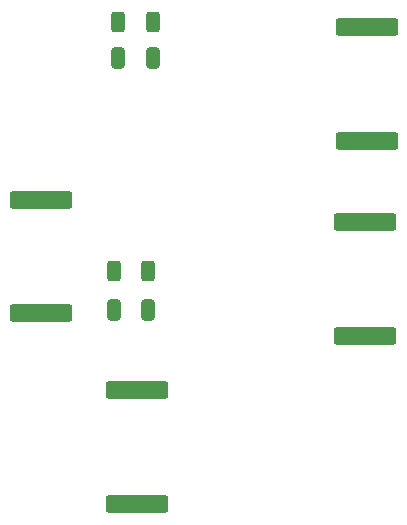
<source format=gbr>
%TF.GenerationSoftware,KiCad,Pcbnew,7.0.2*%
%TF.CreationDate,2023-06-13T00:04:42+03:00*%
%TF.ProjectId,Push_Pull,50757368-5f50-4756-9c6c-2e6b69636164,rev?*%
%TF.SameCoordinates,Original*%
%TF.FileFunction,Paste,Top*%
%TF.FilePolarity,Positive*%
%FSLAX46Y46*%
G04 Gerber Fmt 4.6, Leading zero omitted, Abs format (unit mm)*
G04 Created by KiCad (PCBNEW 7.0.2) date 2023-06-13 00:04:42*
%MOMM*%
%LPD*%
G01*
G04 APERTURE LIST*
G04 Aperture macros list*
%AMRoundRect*
0 Rectangle with rounded corners*
0 $1 Rounding radius*
0 $2 $3 $4 $5 $6 $7 $8 $9 X,Y pos of 4 corners*
0 Add a 4 corners polygon primitive as box body*
4,1,4,$2,$3,$4,$5,$6,$7,$8,$9,$2,$3,0*
0 Add four circle primitives for the rounded corners*
1,1,$1+$1,$2,$3*
1,1,$1+$1,$4,$5*
1,1,$1+$1,$6,$7*
1,1,$1+$1,$8,$9*
0 Add four rect primitives between the rounded corners*
20,1,$1+$1,$2,$3,$4,$5,0*
20,1,$1+$1,$4,$5,$6,$7,0*
20,1,$1+$1,$6,$7,$8,$9,0*
20,1,$1+$1,$8,$9,$2,$3,0*%
G04 Aperture macros list end*
%ADD10RoundRect,0.250001X-2.399999X0.487499X-2.399999X-0.487499X2.399999X-0.487499X2.399999X0.487499X0*%
%ADD11RoundRect,0.250001X2.399999X-0.487499X2.399999X0.487499X-2.399999X0.487499X-2.399999X-0.487499X0*%
%ADD12RoundRect,0.250000X0.325000X0.650000X-0.325000X0.650000X-0.325000X-0.650000X0.325000X-0.650000X0*%
%ADD13RoundRect,0.250000X-0.312500X-0.625000X0.312500X-0.625000X0.312500X0.625000X-0.312500X0.625000X0*%
G04 APERTURE END LIST*
D10*
%TO.C,R3*%
X152527000Y-50292000D03*
X152527000Y-59917000D03*
%TD*%
D11*
%TO.C,R1*%
X133096000Y-90664500D03*
X133096000Y-81039500D03*
%TD*%
%TO.C,R2*%
X124968000Y-74535500D03*
X124968000Y-64910500D03*
%TD*%
D12*
%TO.C,C19*%
X134444000Y-52959000D03*
X131494000Y-52959000D03*
%TD*%
D13*
%TO.C,R17*%
X131125500Y-70993000D03*
X134050500Y-70993000D03*
%TD*%
D12*
%TO.C,C18*%
X134063000Y-74295000D03*
X131113000Y-74295000D03*
%TD*%
D10*
%TO.C,R4*%
X152400000Y-66815500D03*
X152400000Y-76440500D03*
%TD*%
D13*
%TO.C,R18*%
X131506500Y-49911000D03*
X134431500Y-49911000D03*
%TD*%
M02*

</source>
